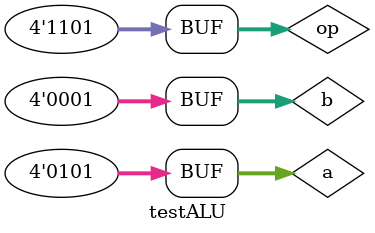
<source format=v>
module multiplexer_2x1 (X, Y, Z, out);
    input X, Y, Z;
    output out;
    wire c1, c2;
    wire not_z;

    // NOT gate
    not n1 (not_z, Z);

    // AND gates
    and a1 (c1, X, not_z);
    and a2 (c2, Y, Z);

    // OR gate
    or o1 (out, c1, c2);
endmodule

module multiplexer_4x1(X, Y, Z, W, S1, S2, out);
    input X, Y, Z, W;
    input S1, S2;
    output out;
    wire c1, c2;

    // 2x1 mux
    multiplexer_2x1 m1 (X, Y, S1, c1);
    multiplexer_2x1 m2 (Z, W, S1, c2);

    // combine the 2x1 muxes
    multiplexer_2x1 m3 (c1, c2, S2, out);
endmodule

module half_adder (A, B, S, C);
    input A, B;
    output S, C;
    
    xor g1 (S, A, B);
    and g2 (C, A, B);
endmodule

module full_adder (X, Y, Z, S, C);
    // X, Y, Carry in, Sum, Carry out
    input X, Y, Z;
    output S, C;
    wire S1, C1, C2; 
    
    half_adder HA1 (X, Y, S1, C1),
                HA2 (S1, Z, S, C2);
    or g1(C, C1, C2);
endmodule

module bit_alu_carry(A, B, L, CI, OP, R, CO);
    // A, B, Less, Carry in, Operation, Result, Carry out
    input A, B, L, CI;
    input [3:0] OP; 
    output R, CO;
    // not_a, a_mux_out, not_b, b_mux_out, a_b_and, a_b_or, a_b_add, Nand operation, Nand result
    wire not_a, a_mux_out, not_b, b_mux_out, a_b_and, a_b_or, a_b_add, NA, N1, R1;

    // A
    not (not_a, A);
    multiplexer_2x1 m1 (A, not_a, OP[3], a_mux_out);

    // B
    not n1 (not_b, B);
    multiplexer_2x1 m2 (B, not_b, OP[2], b_mux_out);

    // Operations
    and a1 (a_b_and, a_mux_out, b_mux_out);
    or o1 (a_b_or, a_mux_out, b_mux_out);
    full_adder fa1 (a_mux_out, b_mux_out, CI, a_b_add, CO);

    // Multiplexer
    multiplexer_4x1 m3 (a_b_and, a_b_or, a_b_add, L, OP[0], OP[1], R);
    
endmodule

module bit_alu_set(A, B, L, CI, OP, R, S, O);
    // A, B, Less, Carry in, Operation, Result, Set, Overflow
    input A, B, L, CI;
    input [3:0] OP; 
    // result, set, overflow
    output R, S, O;
    // not_a, a_mux_out, not_b, b_mux_out, a_b_and, a_b_or, a_b_add, Carry Out, Overflow xor out, Nand operation, Nand result
    wire not_a, a_mux_out, not_b, b_mux_out, a_b_and, a_b_or, a_b_add, CO, O1, NA, N1, R1;

    // A
    not n1 (not_a, A);
    multiplexer_2x1 m1 (A, not_a, OP[3], a_mux_out);

    // B
    not n2 (not_b, B);
    multiplexer_2x1 m2 (B, not_b, OP[2], b_mux_out);

    // Operations
    and a1 (a_b_and, a_mux_out, b_mux_out);
    or o1 (a_b_or, a_mux_out, b_mux_out);
    full_adder fa1 (a_mux_out, b_mux_out, CI, a_b_add, CO);
    assign S = a_b_add;

    // Multiplexer
    multiplexer_4x1 m3 (a_b_and, a_b_or, a_b_add, L, OP[0], OP[1], R);

    // Overflow
    xor x1 (O1, CI, CO);
    and a3 (O, O1, OP[1]);
endmodule

module ALU(OP, A, B, R, Z, O);
    input [3:0] A, B;
    input [3:0] OP;
    // zero and overflow
    output Z, O;
    // result
    output [3:0] R;
    // carry out and set
    wire CO1, CO2, CO3, S;
    // Bit 0
    bit_alu_carry ba1 (A[0], B[0], S, OP[2], OP, R[0], CO1);
    // Bit 1
    bit_alu_carry ba2 (A[1], B[1], 1'b0, CO1, OP, R[1], CO2);
    // Bit 2
    bit_alu_carry ba3 (A[2], B[2], 1'b0, CO2, OP, R[2], CO3);
    // Bit 3
    bit_alu_set ba4 (A[3], B[3], 1'b0, CO3, OP, R[3], S, O);

    // Zero
    nor o1 (Z, R[0], R[1], R[2], R[3]);
endmodule


module testALU;
  reg signed [3:0] a;
  reg signed [3:0] b;
  reg [3:0] op;
  wire signed [3:0] result;
  wire zero,overflow;
  ALU alu (op,a,b,result,zero,overflow);
  initial
    begin
     $display("op   a        b        result   zero overflow");
     $monitor ("%b %b(%d) %b(%d) %b(%d) %b    %b",op,a,a,b,b,result,result,zero,overflow);
	       op = 4'b0000; a = 4'b0111; b = 4'b0010;  // AND
            #1 op = 4'b0001; a = 4'b0101; b = 4'b0010;  // OR
            #1 op = 4'b0010; a = 4'b0101; b = 4'b0001;  // ADD
	    #1 op = 4'b0010; a = 4'b0111; b = 4'b0001;  // ADD overflow (8+1=-8)
	    #1 op = 4'b0110; a = 4'b0101; b = 4'b0001;  // SUB
	    #1 op = 4'b0110; a = 4'b1111; b = 4'b0001;  // SUB
	    #1 op = 4'b0110; a = 4'b1111; b = 4'b1000;  // SUB no overflow (-1-(-8)=7)
	    #1 op = 4'b0110; a = 4'b1110; b = 4'b0111;  // SUB overflow (-2-7=7)
	    #1 op = 4'b0111; a = 4'b0101; b = 4'b0001;  // SLT
	    #1 op = 4'b0111; a = 4'b0001; b = 4'b0011;  // SLT
	    #1 op = 4'b0111; a = 4'b1101; b = 4'b0110;  // SLT overflow (-3-6=7 => SLT=0)
        #1 op = 4'b1100; a = 4'b0101; b = 4'b0001;  // NOR
        #1 op = 4'b1101; a = 4'b0101; b = 4'b0001;  // NAND
    end
endmodule
</source>
